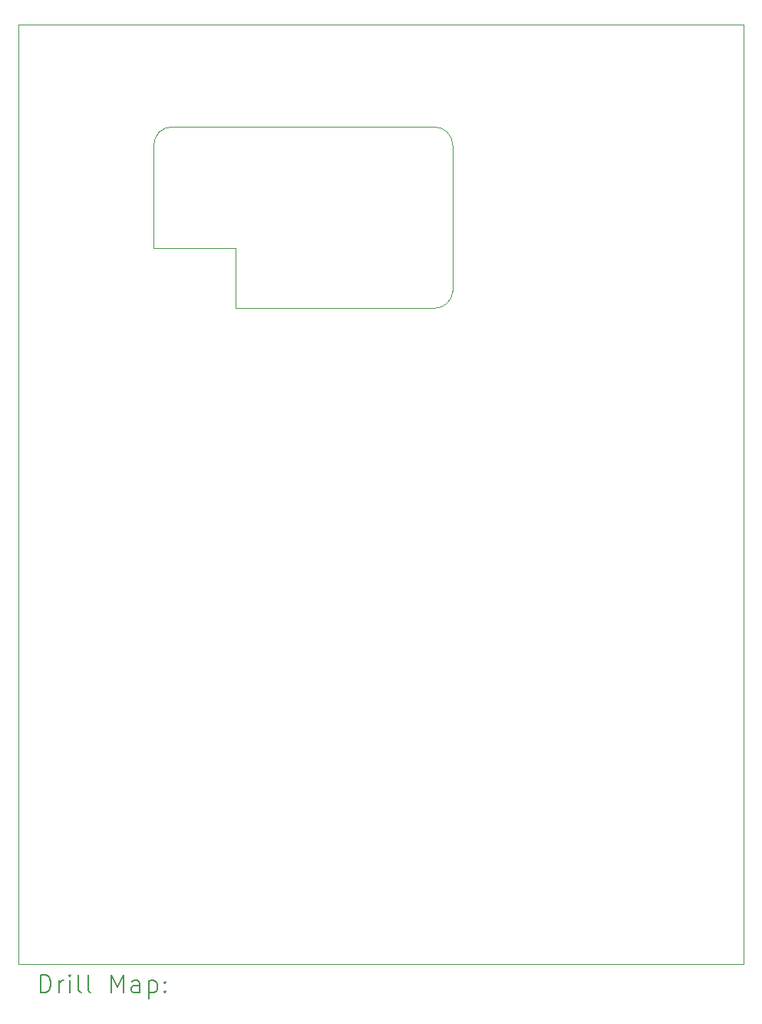
<source format=gbr>
%TF.GenerationSoftware,KiCad,Pcbnew,7.0.1-0*%
%TF.CreationDate,2023-03-19T01:56:18-04:00*%
%TF.ProjectId,solar-cell-pcbs-usb,736f6c61-722d-4636-956c-6c2d70636273,3*%
%TF.SameCoordinates,Original*%
%TF.FileFunction,Drillmap*%
%TF.FilePolarity,Positive*%
%FSLAX45Y45*%
G04 Gerber Fmt 4.5, Leading zero omitted, Abs format (unit mm)*
G04 Created by KiCad (PCBNEW 7.0.1-0) date 2023-03-19 01:56:18*
%MOMM*%
%LPD*%
G01*
G04 APERTURE LIST*
%ADD10C,0.100000*%
%ADD11C,0.200000*%
G04 APERTURE END LIST*
D10*
X14360000Y-3875000D02*
X15210000Y-3875000D01*
X9600000Y-7000000D02*
X9600000Y-6340000D01*
X8060000Y-14225000D02*
X8860000Y-14225000D01*
X13560000Y-14225000D02*
X8860000Y-14225000D01*
X8065000Y-3875000D02*
X8865000Y-3875000D01*
X13560000Y-3875000D02*
X14360000Y-3875000D01*
X15210000Y-3875000D02*
X15210000Y-14225000D01*
X8060000Y-14225000D02*
X7210000Y-14225000D01*
X8700000Y-6340000D02*
X8701945Y-5202359D01*
X14360000Y-14225000D02*
X15210000Y-14225000D01*
X9600000Y-7000000D02*
X11799436Y-7000000D01*
X11799436Y-6999997D02*
G75*
G03*
X12000000Y-6808579I-386J201187D01*
G01*
X11999997Y-5201571D02*
G75*
G03*
X11798913Y-5000000I-204137J-2559D01*
G01*
X8900000Y-4999999D02*
G75*
G03*
X8701945Y-5202359I2830J-200871D01*
G01*
X13560000Y-14225000D02*
X14360000Y-14225000D01*
X12000000Y-5201571D02*
X12000000Y-6808579D01*
X8865000Y-3875000D02*
X13560000Y-3875000D01*
X8900000Y-5000000D02*
X11798913Y-5000000D01*
X8065000Y-3875000D02*
X7210000Y-3875000D01*
X7210000Y-14225000D02*
X7210000Y-3875000D01*
X9600000Y-6340000D02*
X8700000Y-6340000D01*
D11*
X7452619Y-14542524D02*
X7452619Y-14342524D01*
X7452619Y-14342524D02*
X7500238Y-14342524D01*
X7500238Y-14342524D02*
X7528809Y-14352048D01*
X7528809Y-14352048D02*
X7547857Y-14371095D01*
X7547857Y-14371095D02*
X7557381Y-14390143D01*
X7557381Y-14390143D02*
X7566905Y-14428238D01*
X7566905Y-14428238D02*
X7566905Y-14456809D01*
X7566905Y-14456809D02*
X7557381Y-14494905D01*
X7557381Y-14494905D02*
X7547857Y-14513952D01*
X7547857Y-14513952D02*
X7528809Y-14533000D01*
X7528809Y-14533000D02*
X7500238Y-14542524D01*
X7500238Y-14542524D02*
X7452619Y-14542524D01*
X7652619Y-14542524D02*
X7652619Y-14409190D01*
X7652619Y-14447286D02*
X7662143Y-14428238D01*
X7662143Y-14428238D02*
X7671667Y-14418714D01*
X7671667Y-14418714D02*
X7690714Y-14409190D01*
X7690714Y-14409190D02*
X7709762Y-14409190D01*
X7776428Y-14542524D02*
X7776428Y-14409190D01*
X7776428Y-14342524D02*
X7766905Y-14352048D01*
X7766905Y-14352048D02*
X7776428Y-14361571D01*
X7776428Y-14361571D02*
X7785952Y-14352048D01*
X7785952Y-14352048D02*
X7776428Y-14342524D01*
X7776428Y-14342524D02*
X7776428Y-14361571D01*
X7900238Y-14542524D02*
X7881190Y-14533000D01*
X7881190Y-14533000D02*
X7871667Y-14513952D01*
X7871667Y-14513952D02*
X7871667Y-14342524D01*
X8005000Y-14542524D02*
X7985952Y-14533000D01*
X7985952Y-14533000D02*
X7976428Y-14513952D01*
X7976428Y-14513952D02*
X7976428Y-14342524D01*
X8233571Y-14542524D02*
X8233571Y-14342524D01*
X8233571Y-14342524D02*
X8300238Y-14485381D01*
X8300238Y-14485381D02*
X8366905Y-14342524D01*
X8366905Y-14342524D02*
X8366905Y-14542524D01*
X8547857Y-14542524D02*
X8547857Y-14437762D01*
X8547857Y-14437762D02*
X8538333Y-14418714D01*
X8538333Y-14418714D02*
X8519286Y-14409190D01*
X8519286Y-14409190D02*
X8481190Y-14409190D01*
X8481190Y-14409190D02*
X8462143Y-14418714D01*
X8547857Y-14533000D02*
X8528810Y-14542524D01*
X8528810Y-14542524D02*
X8481190Y-14542524D01*
X8481190Y-14542524D02*
X8462143Y-14533000D01*
X8462143Y-14533000D02*
X8452619Y-14513952D01*
X8452619Y-14513952D02*
X8452619Y-14494905D01*
X8452619Y-14494905D02*
X8462143Y-14475857D01*
X8462143Y-14475857D02*
X8481190Y-14466333D01*
X8481190Y-14466333D02*
X8528810Y-14466333D01*
X8528810Y-14466333D02*
X8547857Y-14456809D01*
X8643095Y-14409190D02*
X8643095Y-14609190D01*
X8643095Y-14418714D02*
X8662143Y-14409190D01*
X8662143Y-14409190D02*
X8700238Y-14409190D01*
X8700238Y-14409190D02*
X8719286Y-14418714D01*
X8719286Y-14418714D02*
X8728810Y-14428238D01*
X8728810Y-14428238D02*
X8738333Y-14447286D01*
X8738333Y-14447286D02*
X8738333Y-14504428D01*
X8738333Y-14504428D02*
X8728810Y-14523476D01*
X8728810Y-14523476D02*
X8719286Y-14533000D01*
X8719286Y-14533000D02*
X8700238Y-14542524D01*
X8700238Y-14542524D02*
X8662143Y-14542524D01*
X8662143Y-14542524D02*
X8643095Y-14533000D01*
X8824048Y-14523476D02*
X8833571Y-14533000D01*
X8833571Y-14533000D02*
X8824048Y-14542524D01*
X8824048Y-14542524D02*
X8814524Y-14533000D01*
X8814524Y-14533000D02*
X8824048Y-14523476D01*
X8824048Y-14523476D02*
X8824048Y-14542524D01*
X8824048Y-14418714D02*
X8833571Y-14428238D01*
X8833571Y-14428238D02*
X8824048Y-14437762D01*
X8824048Y-14437762D02*
X8814524Y-14428238D01*
X8814524Y-14428238D02*
X8824048Y-14418714D01*
X8824048Y-14418714D02*
X8824048Y-14437762D01*
M02*

</source>
